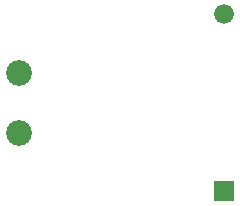
<source format=gbr>
G04 start of page 7 for group -4062 idx -4062 *
G04 Title: (unknown), soldermask *
G04 Creator: pcb 20140316 *
G04 CreationDate: Thu 20 Aug 2020 03:11:14 AM GMT UTC *
G04 For: railfan *
G04 Format: Gerber/RS-274X *
G04 PCB-Dimensions (mil): 1150.00 910.00 *
G04 PCB-Coordinate-Origin: lower left *
%MOIN*%
%FSLAX25Y25*%
%LNBOTTOMMASK*%
%ADD43C,0.0660*%
%ADD42C,0.0001*%
%ADD41C,0.0860*%
G54D41*X30500Y55500D03*
Y35500D03*
G54D42*G36*
X95700Y19300D02*Y12700D01*
X102300D01*
Y19300D01*
X95700D01*
G37*
G54D43*X99000Y75000D03*
M02*

</source>
